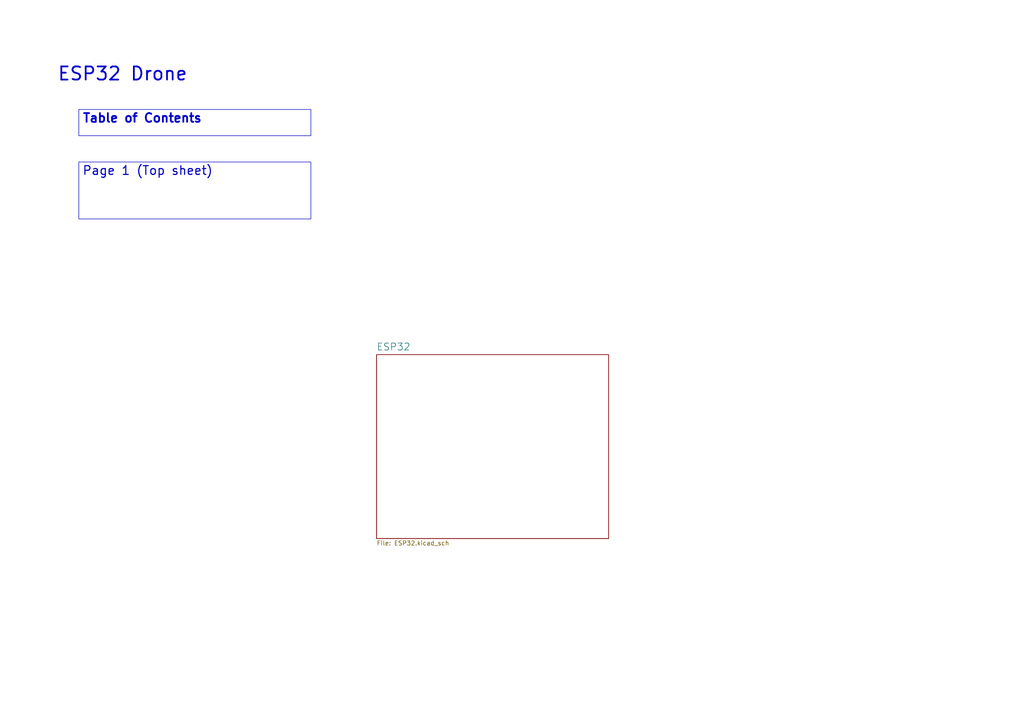
<source format=kicad_sch>
(kicad_sch
	(version 20250114)
	(generator "eeschema")
	(generator_version "9.0")
	(uuid "649aa90d-65a5-44ae-b19f-257210565ad8")
	(paper "A4")
	(title_block
		(title "ESP32 Drone")
		(date "2025-11-17")
		(rev "November 11")
		(comment 4 "Author: Francisco Flores Martinez")
	)
	(lib_symbols)
	(text "ESP32 Drone"
		(exclude_from_sim no)
		(at 35.56 21.59 0)
		(effects
			(font
				(size 3.81 3.81)
				(thickness 0.508)
				(bold yes)
			)
		)
		(uuid "b4b779cd-2f01-49b2-ba5b-c16b31310263")
	)
	(text_box "Table of Contents\n"
		(exclude_from_sim no)
		(at 22.86 31.75 0)
		(size 67.31 7.62)
		(margins 0.9525 0.9525 0.9525 0.9525)
		(stroke
			(width 0)
			(type solid)
		)
		(fill
			(type none)
		)
		(effects
			(font
				(size 2.54 2.54)
				(thickness 0.508)
				(bold yes)
			)
			(justify left top)
		)
		(uuid "5eefe7e1-d107-460c-89e1-b10afcd15c91")
	)
	(text_box "Page 1 (Top sheet)\n"
		(exclude_from_sim no)
		(at 22.86 46.99 0)
		(size 67.31 16.51)
		(margins 0.9525 0.9525 0.9525 0.9525)
		(stroke
			(width 0)
			(type solid)
		)
		(fill
			(type none)
		)
		(effects
			(font
				(size 2.54 2.54)
				(thickness 0.3175)
			)
			(justify left top)
		)
		(uuid "93e02e61-9eb5-4c3f-9c1f-cf2be5402d91")
	)
	(sheet
		(at 109.22 102.87)
		(size 67.31 53.34)
		(exclude_from_sim no)
		(in_bom yes)
		(on_board yes)
		(dnp no)
		(fields_autoplaced yes)
		(stroke
			(width 0.1524)
			(type solid)
		)
		(fill
			(color 0 0 0 0.0000)
		)
		(uuid "bb3bdf53-011c-426b-851f-fe7cbe6e59f0")
		(property "Sheetname" "ESP32"
			(at 109.22 101.7774 0)
			(effects
				(font
					(size 2.032 2.032)
				)
				(justify left bottom)
			)
		)
		(property "Sheetfile" "ESP32.kicad_sch"
			(at 109.22 156.7946 0)
			(effects
				(font
					(size 1.27 1.27)
				)
				(justify left top)
			)
		)
		(instances
			(project "ESP32_Drone"
				(path "/649aa90d-65a5-44ae-b19f-257210565ad8"
					(page "2")
				)
			)
		)
	)
	(sheet_instances
		(path "/"
			(page "1")
		)
	)
	(embedded_fonts no)
)

</source>
